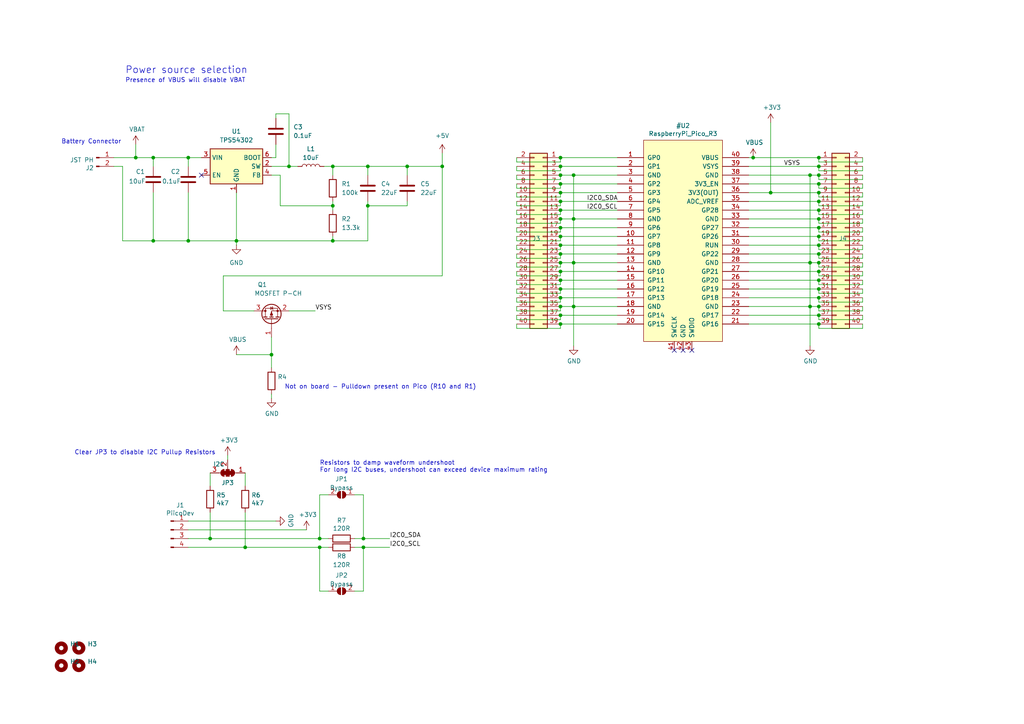
<source format=kicad_sch>
(kicad_sch (version 20231120) (generator "eeschema") (generator_version "8.0")
  (paper "A4")
  (title_block (title "Expansion Board for Raspberry Pi Pico") (date "2022-06-17") (rev "v20") (company "Core Electronics") (comment 1 "Designed by Michael Ruppe at") (comment 2 "https://creativecommons.org/licenses/by-sa/4.0/") (comment 3 "Distributed under CC BY-SA 4.0") (comment 4 "\"PIICODEV\" is a registered trademark of Core Electronics Pty. Ltd."))
  (lib_symbols
    (symbol "Connector:Conn_01x02_Male" (pin_names (offset 1.016) hide)
      (property "Reference" "J" (at 0 2.54 0))
      (property "Value" "Conn_01x02_Male" (at 0 -5.08 0))
      (symbol "Conn_01x02_Male_1_1"
        (polyline (pts (xy 1.27 -2.54) (xy 0.8636 -2.54)) (stroke (width 0.1524)))
        (polyline (pts (xy 1.27 0) (xy 0.8636 0)) (stroke (width 0.1524)))
        (rectangle (start 0.8636 -2.413) (end 0 -2.667) (stroke (width 0.1524)) (fill (type outline)))
        (rectangle (start 0.8636 0.127) (end 0 -0.127) (stroke (width 0.1524)) (fill (type outline)))
        (pin passive line (at 5.08 0 180) (length 3.81) (name "Pin_1") (number "1"))
        (pin passive line (at 5.08 -2.54 180) (length 3.81) (name "Pin_2") (number "2"))
      )
    )
    (symbol "Connector:Conn_01x04_Male" (pin_names (offset 1.016) hide)
      (property "Reference" "J" (at 0 5.08 0))
      (property "Value" "Conn_01x04_Male" (at 0 -7.62 0))
      (symbol "Conn_01x04_Male_1_1"
        (polyline (pts (xy 1.27 -5.08) (xy 0.8636 -5.08)) (stroke (width 0.1524)))
        (polyline (pts (xy 1.27 -2.54) (xy 0.8636 -2.54)) (stroke (width 0.1524)))
        (polyline (pts (xy 1.27 0) (xy 0.8636 0)) (stroke (width 0.1524)))
        (polyline (pts (xy 1.27 2.54) (xy 0.8636 2.54)) (stroke (width 0.1524)))
        (rectangle (start 0.8636 -4.953) (end 0 -5.207) (stroke (width 0.1524)) (fill (type outline)))
        (rectangle (start 0.8636 -2.413) (end 0 -2.667) (stroke (width 0.1524)) (fill (type outline)))
        (rectangle (start 0.8636 0.127) (end 0 -0.127) (stroke (width 0.1524)) (fill (type outline)))
        (rectangle (start 0.8636 2.667) (end 0 2.413) (stroke (width 0.1524)) (fill (type outline)))
        (pin passive line (at 5.08 2.54 180) (length 3.81) (name "Pin_1") (number "1"))
        (pin passive line (at 5.08 0 180) (length 3.81) (name "Pin_2") (number "2"))
        (pin passive line (at 5.08 -2.54 180) (length 3.81) (name "Pin_3") (number "3"))
        (pin passive line (at 5.08 -5.08 180) (length 3.81) (name "Pin_4") (number "4"))
      )
    )
    (symbol "Connector_Generic:Conn_02x20_Odd_Even" (pin_names (offset 1.016) hide)
      (property "Reference" "J" (at 1.27 25.4 0))
      (property "Value" "Conn_02x20_Odd_Even" (at 1.27 -27.94 0))
      (symbol "Conn_02x20_Odd_Even_1_1"
        (rectangle (start -1.27 -25.273) (end 0 -25.527) (stroke (width 0.1524)))
        (rectangle (start -1.27 -22.733) (end 0 -22.987) (stroke (width 0.1524)))
        (rectangle (start -1.27 -20.193) (end 0 -20.447) (stroke (width 0.1524)))
        (rectangle (start -1.27 -17.653) (end 0 -17.907) (stroke (width 0.1524)))
        (rectangle (start -1.27 -15.113) (end 0 -15.367) (stroke (width 0.1524)))
        (rectangle (start -1.27 -12.573) (end 0 -12.827) (stroke (width 0.1524)))
        (rectangle (start -1.27 -10.033) (end 0 -10.287) (stroke (width 0.1524)))
        (rectangle (start -1.27 -7.493) (end 0 -7.747) (stroke (width 0.1524)))
        (rectangle (start -1.27 -4.953) (end 0 -5.207) (stroke (width 0.1524)))
        (rectangle (start -1.27 -2.413) (end 0 -2.667) (stroke (width 0.1524)))
        (rectangle (start -1.27 0.127) (end 0 -0.127) (stroke (width 0.1524)))
        (rectangle (start -1.27 2.667) (end 0 2.413) (stroke (width 0.1524)))
        (rectangle (start -1.27 5.207) (end 0 4.953) (stroke (width 0.1524)))
        (rectangle (start -1.27 7.747) (end 0 7.493) (stroke (width 0.1524)))
        (rectangle (start -1.27 10.287) (end 0 10.033) (stroke (width 0.1524)))
        (rectangle (start -1.27 12.827) (end 0 12.573) (stroke (width 0.1524)))
        (rectangle (start -1.27 15.367) (end 0 15.113) (stroke (width 0.1524)))
        (rectangle (start -1.27 17.907) (end 0 17.653) (stroke (width 0.1524)))
        (rectangle (start -1.27 20.447) (end 0 20.193) (stroke (width 0.1524)))
        (rectangle (start -1.27 22.987) (end 0 22.733) (stroke (width 0.1524)))
        (rectangle (start -1.27 24.13) (end 3.81 -26.67) (stroke (width 0.254)) (fill (type background)))
        (rectangle (start 3.81 -25.273) (end 2.54 -25.527) (stroke (width 0.1524)))
        (rectangle (start 3.81 -22.733) (end 2.54 -22.987) (stroke (width 0.1524)))
        (rectangle (start 3.81 -20.193) (end 2.54 -20.447) (stroke (width 0.1524)))
        (rectangle (start 3.81 -17.653) (end 2.54 -17.907) (stroke (width 0.1524)))
        (rectangle (start 3.81 -15.113) (end 2.54 -15.367) (stroke (width 0.1524)))
        (rectangle (start 3.81 -12.573) (end 2.54 -12.827) (stroke (width 0.1524)))
        (rectangle (start 3.81 -10.033) (end 2.54 -10.287) (stroke (width 0.1524)))
        (rectangle (start 3.81 -7.493) (end 2.54 -7.747) (stroke (width 0.1524)))
        (rectangle (start 3.81 -4.953) (end 2.54 -5.207) (stroke (width 0.1524)))
        (rectangle (start 3.81 -2.413) (end 2.54 -2.667) (stroke (width 0.1524)))
        (rectangle (start 3.81 0.127) (end 2.54 -0.127) (stroke (width 0.1524)))
        (rectangle (start 3.81 2.667) (end 2.54 2.413) (stroke (width 0.1524)))
        (rectangle (start 3.81 5.207) (end 2.54 4.953) (stroke (width 0.1524)))
        (rectangle (start 3.81 7.747) (end 2.54 7.493) (stroke (width 0.1524)))
        (rectangle (start 3.81 10.287) (end 2.54 10.033) (stroke (width 0.1524)))
        (rectangle (start 3.81 12.827) (end 2.54 12.573) (stroke (width 0.1524)))
        (rectangle (start 3.81 15.367) (end 2.54 15.113) (stroke (width 0.1524)))
        (rectangle (start 3.81 17.907) (end 2.54 17.653) (stroke (width 0.1524)))
        (rectangle (start 3.81 20.447) (end 2.54 20.193) (stroke (width 0.1524)))
        (rectangle (start 3.81 22.987) (end 2.54 22.733) (stroke (width 0.1524)))
        (pin passive line (at -5.08 22.86 0) (length 3.81) (name "Pin_1") (number "1"))
        (pin passive line (at 7.62 12.7 180) (length 3.81) (name "Pin_10") (number "10"))
        (pin passive line (at -5.08 10.16 0) (length 3.81) (name "Pin_11") (number "11"))
        (pin passive line (at 7.62 10.16 180) (length 3.81) (name "Pin_12") (number "12"))
        (pin passive line (at -5.08 7.62 0) (length 3.81) (name "Pin_13") (number "13"))
        (pin passive line (at 7.62 7.62 180) (length 3.81) (name "Pin_14") (number "14"))
        (pin passive line (at -5.08 5.08 0) (length 3.81) (name "Pin_15") (number "15"))
        (pin passive line (at 7.62 5.08 180) (length 3.81) (name "Pin_16") (number "16"))
        (pin passive line (at -5.08 2.54 0) (length 3.81) (name "Pin_17") (number "17"))
        (pin passive line (at 7.62 2.54 180) (length 3.81) (name "Pin_18") (number "18"))
        (pin passive line (at -5.08 0 0) (length 3.81) (name "Pin_19") (number "19"))
        (pin passive line (at 7.62 22.86 180) (length 3.81) (name "Pin_2") (number "2"))
        (pin passive line (at 7.62 0 180) (length 3.81) (name "Pin_20") (number "20"))
        (pin passive line (at -5.08 -2.54 0) (length 3.81) (name "Pin_21") (number "21"))
        (pin passive line (at 7.62 -2.54 180) (length 3.81) (name "Pin_22") (number "22"))
        (pin passive line (at -5.08 -5.08 0) (length 3.81) (name "Pin_23") (number "23"))
        (pin passive line (at 7.62 -5.08 180) (length 3.81) (name "Pin_24") (number "24"))
        (pin passive line (at -5.08 -7.62 0) (length 3.81) (name "Pin_25") (number "25"))
        (pin passive line (at 7.62 -7.62 180) (length 3.81) (name "Pin_26") (number "26"))
        (pin passive line (at -5.08 -10.16 0) (length 3.81) (name "Pin_27") (number "27"))
        (pin passive line (at 7.62 -10.16 180) (length 3.81) (name "Pin_28") (number "28"))
        (pin passive line (at -5.08 -12.7 0) (length 3.81) (name "Pin_29") (number "29"))
        (pin passive line (at -5.08 20.32 0) (length 3.81) (name "Pin_3") (number "3"))
        (pin passive line (at 7.62 -12.7 180) (length 3.81) (name "Pin_30") (number "30"))
        (pin passive line (at -5.08 -15.24 0) (length 3.81) (name "Pin_31") (number "31"))
        (pin passive line (at 7.62 -15.24 180) (length 3.81) (name "Pin_32") (number "32"))
        (pin passive line (at -5.08 -17.78 0) (length 3.81) (name "Pin_33") (number "33"))
        (pin passive line (at 7.62 -17.78 180) (length 3.81) (name "Pin_34") (number "34"))
        (pin passive line (at -5.08 -20.32 0) (length 3.81) (name "Pin_35") (number "35"))
        (pin passive line (at 7.62 -20.32 180) (length 3.81) (name "Pin_36") (number "36"))
        (pin passive line (at -5.08 -22.86 0) (length 3.81) (name "Pin_37") (number "37"))
        (pin passive line (at 7.62 -22.86 180) (length 3.81) (name "Pin_38") (number "38"))
        (pin passive line (at -5.08 -25.4 0) (length 3.81) (name "Pin_39") (number "39"))
        (pin passive line (at 7.62 20.32 180) (length 3.81) (name "Pin_4") (number "4"))
        (pin passive line (at 7.62 -25.4 180) (length 3.81) (name "Pin_40") (number "40"))
        (pin passive line (at -5.08 17.78 0) (length 3.81) (name "Pin_5") (number "5"))
        (pin passive line (at 7.62 17.78 180) (length 3.81) (name "Pin_6") (number "6"))
        (pin passive line (at -5.08 15.24 0) (length 3.81) (name "Pin_7") (number "7"))
        (pin passive line (at 7.62 15.24 180) (length 3.81) (name "Pin_8") (number "8"))
        (pin passive line (at -5.08 12.7 0) (length 3.81) (name "Pin_9") (number "9"))
      )
    )
    (symbol "CoreElectronics_Components:RaspberryPi_Pico_R3" (pin_names (offset 1.016))
      (property "Reference" "U" (at -8.89 30.48 0))
      (property "Value" "RaspberryPi_Pico_R3" (at 0 -30.48 0))
      (symbol "RaspberryPi_Pico_R3_1_0"
        (rectangle (start -11.43 -29.21) (end 11.43 29.21) (fill (type background)))
      )
      (symbol "RaspberryPi_Pico_R3_1_1"
        (pin bidirectional line (at -19.05 24.13 0) (length 7.62) (name "GP0") (number "1"))
        (pin bidirectional line (at -19.05 1.27 0) (length 7.62) (name "GP7") (number "10"))
        (pin bidirectional line (at -19.05 -1.27 0) (length 7.62) (name "GP8") (number "11"))
        (pin bidirectional line (at -19.05 -3.81 0) (length 7.62) (name "GP9") (number "12"))
        (pin power_in line (at -19.05 -6.35 0) (length 7.62) (name "GND") (number "13"))
        (pin bidirectional line (at -19.05 -8.89 0) (length 7.62) (name "GP10") (number "14"))
        (pin bidirectional line (at -19.05 -11.43 0) (length 7.62) (name "GP11") (number "15"))
        (pin bidirectional line (at -19.05 -13.97 0) (length 7.62) (name "GP12") (number "16"))
        (pin bidirectional line (at -19.05 -16.51 0) (length 7.62) (name "GP13") (number "17"))
        (pin power_in line (at -19.05 -19.05 0) (length 7.62) (name "GND") (number "18"))
        (pin bidirectional line (at -19.05 -21.59 0) (length 7.62) (name "GP14") (number "19"))
        (pin bidirectional line (at -19.05 21.59 0) (length 7.62) (name "GP1") (number "2"))
        (pin bidirectional line (at -19.05 -24.13 0) (length 7.62) (name "GP15") (number "20"))
        (pin bidirectional line (at 19.05 -24.13 180) (length 7.62) (name "GP16") (number "21"))
        (pin bidirectional line (at 19.05 -21.59 180) (length 7.62) (name "GP17") (number "22"))
        (pin power_in line (at 19.05 -19.05 180) (length 7.62) (name "GND") (number "23"))
        (pin bidirectional line (at 19.05 -16.51 180) (length 7.62) (name "GP18") (number "24"))
        (pin bidirectional line (at 19.05 -13.97 180) (length 7.62) (name "GP19") (number "25"))
        (pin bidirectional line (at 19.05 -11.43 180) (length 7.62) (name "GP20") (number "26"))
        (pin bidirectional line (at 19.05 -8.89 180) (length 7.62) (name "GP21") (number "27"))
        (pin bidirectional line (at 19.05 -6.35 180) (length 7.62) (name "GND") (number "28"))
        (pin bidirectional line (at 19.05 -3.81 180) (length 7.62) (name "GP22") (number "29"))
        (pin power_in line (at -19.05 19.05 0) (length 7.62) (name "GND") (number "3"))
        (pin input line (at 19.05 -1.27 180) (length 7.62) (name "RUN") (number "30"))
        (pin bidirectional line (at 19.05 1.27 180) (length 7.62) (name "GP26") (number "31"))
        (pin bidirectional line (at 19.05 3.81 180) (length 7.62) (name "GP27") (number "32"))
        (pin power_in line (at 19.05 6.35 180) (length 7.62) (name "GND") (number "33"))
        (pin bidirectional line (at 19.05 8.89 180) (length 7.62) (name "GP28") (number "34"))
        (pin input line (at 19.05 11.43 180) (length 7.62) (name "ADC_VREF") (number "35"))
        (pin power_out line (at 19.05 13.97 180) (length 7.62) (name "3V3(OUT)") (number "36"))
        (pin input line (at 19.05 16.51 180) (length 7.62) (name "3V3_EN") (number "37"))
        (pin power_in line (at 19.05 19.05 180) (length 7.62) (name "GND") (number "38"))
        (pin power_in line (at 19.05 21.59 180) (length 7.62) (name "VSYS") (number "39"))
        (pin bidirectional line (at -19.05 16.51 0) (length 7.62) (name "GP2") (number "4"))
        (pin power_out line (at 19.05 24.13 180) (length 7.62) (name "VBUS") (number "40"))
        (pin input line (at -2.54 -31.75 90) (length 2.54) (name "SWCLK") (number "41"))
        (pin power_in line (at 0 -31.75 90) (length 2.54) (name "GND") (number "42"))
        (pin bidirectional line (at 2.54 -31.75 90) (length 2.54) (name "SWDIO") (number "43"))
        (pin bidirectional line (at -19.05 13.97 0) (length 7.62) (name "GP3") (number "5"))
        (pin bidirectional line (at -19.05 11.43 0) (length 7.62) (name "GP4") (number "6"))
        (pin bidirectional line (at -19.05 8.89 0) (length 7.62) (name "GP5") (number "7"))
        (pin power_in line (at -19.05 6.35 0) (length 7.62) (name "GND") (number "8"))
        (pin bidirectional line (at -19.05 3.81 0) (length 7.62) (name "GP6") (number "9"))
      )
    )
    (symbol "CoreElectronics_Power-Symbols:VBAT" (power) (pin_names (offset 0))
      (property "Value" "VBAT" (at 0 3.81 0))
      (symbol "VBAT_0_1"
        (polyline (pts (xy -0.762 1.27) (xy 0 2.54)))
        (polyline (pts (xy 0 0) (xy 0 2.54)))
        (polyline (pts (xy 0 2.54) (xy 0.762 1.27)))
      )
      (symbol "VBAT_1_1"
        (pin power_in line (at 0 0 90) (length 0) hide (name "VBAT") (number "1"))
      )
    )
    (symbol "Device:C" (pin_numbers hide) (pin_names (offset 0.254))
      (property "Reference" "C" (at 0.635 2.54 0))
      (property "Value" "C" (at 0.635 -2.54 0))
      (symbol "C_0_1"
        (polyline (pts (xy -2.032 -0.762) (xy 2.032 -0.762)) (stroke (width 0.508)))
        (polyline (pts (xy -2.032 0.762) (xy 2.032 0.762)) (stroke (width 0.508)))
      )
      (symbol "C_1_1"
        (pin passive line (at 0 3.81 270) (length 2.794) (name "~") (number "1"))
        (pin passive line (at 0 -3.81 90) (length 2.794) (name "~") (number "2"))
      )
    )
    (symbol "Device:L" (pin_numbers hide) (pin_names (offset 1.016) hide)
      (property "Reference" "L" (at -1.27 0 90))
      (property "Value" "L" (at 1.905 0 90))
      (symbol "L_0_1"
        (arc (start 0 -2.54) (mid 0.6323 -1.905) (end 0 -1.27))
        (arc (start 0 -1.27) (mid 0.6323 -0.635) (end 0 0))
        (arc (start 0 0) (mid 0.6323 0.635) (end 0 1.27))
        (arc (start 0 1.27) (mid 0.6323 1.905) (end 0 2.54))
      )
      (symbol "L_1_1"
        (pin passive line (at 0 3.81 270) (length 1.27) (name "1") (number "1"))
        (pin passive line (at 0 -3.81 90) (length 1.27) (name "2") (number "2"))
      )
    )
    (symbol "Device:Q_PMOS_GSD" (pin_names (offset 0) hide)
      (property "Reference" "Q" (at 5.08 1.27 0))
      (property "Value" "Q_PMOS_GSD" (at 5.08 -1.27 0))
      (symbol "Q_PMOS_GSD_0_1"
        (polyline (pts (xy 0.254 0) (xy -2.54 0)))
        (polyline (pts (xy 0.254 1.905) (xy 0.254 -1.905)) (stroke (width 0.254)))
        (polyline (pts (xy 0.762 -1.27) (xy 0.762 -2.286)) (stroke (width 0.254)))
        (polyline (pts (xy 0.762 0.508) (xy 0.762 -0.508)) (stroke (width 0.254)))
        (polyline (pts (xy 0.762 2.286) (xy 0.762 1.27)) (stroke (width 0.254)))
        (polyline (pts (xy 2.54 2.54) (xy 2.54 1.778)))
        (polyline (pts (xy 2.54 -2.54) (xy 2.54 0) (xy 0.762 0)))
        (polyline (pts (xy 0.762 1.778) (xy 3.302 1.778) (xy 3.302 -1.778) (xy 0.762 -1.778)))
        (polyline (pts (xy 2.286 0) (xy 1.27 0.381) (xy 1.27 -0.381) (xy 2.286 0)) (fill (type outline)))
        (polyline (pts (xy 2.794 -0.508) (xy 2.921 -0.381) (xy 3.683 -0.381) (xy 3.81 -0.254)))
        (polyline (pts (xy 3.302 -0.381) (xy 2.921 0.254) (xy 3.683 0.254) (xy 3.302 -0.381)))
        (circle (center 1.651 0) (radius 2.794) (stroke (width 0.254)))
        (circle (center 2.54 -1.778) (radius 0.254) (fill (type outline)))
        (circle (center 2.54 1.778) (radius 0.254) (fill (type outline)))
      )
      (symbol "Q_PMOS_GSD_1_1"
        (pin input line (at -5.08 0 0) (length 2.54) (name "G") (number "1"))
        (pin passive line (at 2.54 -5.08 90) (length 2.54) (name "S") (number "2"))
        (pin passive line (at 2.54 5.08 270) (length 2.54) (name "D") (number "3"))
      )
    )
    (symbol "Device:R" (pin_numbers hide) (pin_names (offset 0))
      (property "Reference" "R" (at 2.032 0 90))
      (property "Value" "R" (at 0 0 90))
      (symbol "R_0_1"
        (rectangle (start -1.016 -2.54) (end 1.016 2.54) (stroke (width 0.254)))
      )
      (symbol "R_1_1"
        (pin passive line (at 0 3.81 270) (length 1.27) (name "~") (number "1"))
        (pin passive line (at 0 -3.81 90) (length 1.27) (name "~") (number "2"))
      )
    )
    (symbol "GND_1" (power) (pin_numbers hide) (pin_names (offset 0) hide)
      (property "Value" "GND" (at 0 -3.81 0))
      (symbol "GND_1_0_1"
        (polyline (pts (xy 0 0) (xy 0 -1.27) (xy 1.27 -1.27) (xy 0 -2.54) (xy -1.27 -1.27) (xy 0 -1.27)))
      )
      (symbol "GND_1_1_1"
        (pin power_in line (at 0 0 270) (length 0) (name "~") (number "1"))
      )
    )
    (symbol "Jumper:SolderJumper_2_Open" (pin_names (offset 0) hide)
      (property "Reference" "JP" (at 0 2.032 0))
      (property "Value" "SolderJumper_2_Open" (at 0 -2.54 0))
      (symbol "SolderJumper_2_Open_0_1"
        (arc (start -0.254 1.016) (mid -1.2655 0) (end -0.254 -1.016))
        (arc (start -0.254 1.016) (mid -1.2655 0) (end -0.254 -1.016) (fill (type outline)))
        (polyline (pts (xy -0.254 1.016) (xy -0.254 -1.016)))
        (polyline (pts (xy 0.254 1.016) (xy 0.254 -1.016)))
        (arc (start 0.254 -1.016) (mid 1.2655 0) (end 0.254 1.016))
        (arc (start 0.254 -1.016) (mid 1.2655 0) (end 0.254 1.016) (fill (type outline)))
      )
      (symbol "SolderJumper_2_Open_1_1"
        (pin passive line (at -3.81 0 0) (length 2.54) (name "A") (number "1"))
        (pin passive line (at 3.81 0 180) (length 2.54) (name "B") (number "2"))
      )
    )
    (symbol "Jumper:SolderJumper_3_Bridged123" (pin_names (offset 0) hide)
      (property "Reference" "JP" (at -2.54 -2.54 0))
      (property "Value" "SolderJumper_3_Bridged123" (at 0 2.794 0))
      (symbol "SolderJumper_3_Bridged123_0_1"
        (rectangle (start -1.016 0.508) (end -0.508 -0.508) (fill (type outline)))
        (arc (start -1.016 1.016) (mid -2.0275 0) (end -1.016 -1.016))
        (arc (start -1.016 1.016) (mid -2.0275 0) (end -1.016 -1.016) (fill (type outline)))
        (rectangle (start -0.508 1.016) (end 0.508 -1.016) (fill (type outline)))
        (polyline (pts (xy -2.54 0) (xy -2.032 0)))
        (polyline (pts (xy -1.016 1.016) (xy -1.016 -1.016)))
        (polyline (pts (xy 0 -1.27) (xy 0 -1.016)))
        (polyline (pts (xy 1.016 1.016) (xy 1.016 -1.016)))
        (polyline (pts (xy 2.54 0) (xy 2.032 0)))
        (rectangle (start 0.508 0.508) (end 1.016 -0.508) (fill (type outline)))
        (arc (start 1.016 -1.016) (mid 2.0275 0) (end 1.016 1.016))
        (arc (start 1.016 -1.016) (mid 2.0275 0) (end 1.016 1.016) (fill (type outline)))
      )
      (symbol "SolderJumper_3_Bridged123_1_1"
        (pin passive line (at -5.08 0 0) (length 2.54) (name "A") (number "1"))
        (pin passive line (at 0 -3.81 90) (length 2.54) (name "C") (number "2"))
        (pin passive line (at 5.08 0 180) (length 2.54) (name "B") (number "3"))
      )
    )
    (symbol "Mechanical:MountingHole" (pin_names (offset 1.016))
      (property "Reference" "H" (at 0 5.08 0))
      (property "Value" "MountingHole" (at 0 3.175 0))
      (symbol "MountingHole_0_1"
        (circle (center 0 0) (radius 1.27) (stroke (width 1.27)))
      )
    )
    (symbol "Regulator_Switching:TPS54302"
      (property "Reference" "U" (at -7.62 6.35 0))
      (property "Value" "TPS54302" (at 0 6.35 0))
      (symbol "TPS54302_0_1"
        (rectangle (start -7.62 5.08) (end 7.62 -5.08) (stroke (width 0.254)) (fill (type background)))
      )
      (symbol "TPS54302_1_1"
        (pin power_in line (at 0 -7.62 90) (length 2.54) (name "GND") (number "1"))
        (pin power_out line (at 10.16 0 180) (length 2.54) (name "SW") (number "2"))
        (pin power_in line (at -10.16 2.54 0) (length 2.54) (name "VIN") (number "3"))
        (pin input line (at 10.16 -2.54 180) (length 2.54) (name "FB") (number "4"))
        (pin input line (at -10.16 -2.54 0) (length 2.54) (name "EN") (number "5"))
        (pin passive line (at 10.16 2.54 180) (length 2.54) (name "BOOT") (number "6"))
      )
    )
    (symbol "power:+3V3" (power) (pin_names (offset 0))
      (property "Value" "+3V3" (at 0 3.556 0))
      (symbol "+3V3_0_1"
        (polyline (pts (xy -0.762 1.27) (xy 0 2.54)))
        (polyline (pts (xy 0 0) (xy 0 2.54)))
        (polyline (pts (xy 0 2.54) (xy 0.762 1.27)))
      )
      (symbol "+3V3_1_1"
        (pin power_in line (at 0 0 90) (length 0) hide (name "+3V3") (number "1"))
      )
    )
    (symbol "power:+5V" (power) (pin_numbers hide) (pin_names (offset 0) hide)
      (property "Value" "+5V" (at 0 3.556 0))
      (symbol "+5V_0_1"
        (polyline (pts (xy -0.762 1.27) (xy 0 2.54)))
        (polyline (pts (xy 0 0) (xy 0 2.54)))
        (polyline (pts (xy 0 2.54) (xy 0.762 1.27)))
      )
      (symbol "+5V_1_1"
        (pin power_in line (at 0 0 90) (length 0) (name "~") (number "1"))
      )
    )
    (symbol "power:GND" (power) (pin_names (offset 0))
      (property "Value" "GND" (at 0 -3.81 0))
      (symbol "GND_0_1"
        (polyline (pts (xy 0 0) (xy 0 -1.27) (xy 1.27 -1.27) (xy 0 -2.54) (xy -1.27 -1.27) (xy 0 -1.27)))
      )
      (symbol "GND_1_1"
        (pin power_in line (at 0 0 270) (length 0) hide (name "GND") (number "1"))
      )
    )
    (symbol "power:VBUS" (power) (pin_names (offset 0))
      (property "Value" "VBUS" (at 0 3.81 0))
      (symbol "VBUS_0_1"
        (polyline (pts (xy -0.762 1.27) (xy 0 2.54)))
        (polyline (pts (xy 0 0) (xy 0 2.54)))
        (polyline (pts (xy 0 2.54) (xy 0.762 1.27)))
      )
      (symbol "VBUS_1_1"
        (pin power_in line (at 0 0 90) (length 0) hide (name "VBUS") (number "1"))
      )
    )
  )
  (junction (at 237.49 78.74))
  (junction (at 162.56 73.66))
  (junction (at 237.49 58.42))
  (junction (at 237.49 45.72))
  (junction (at 166.37 63.5))
  (junction (at 78.74 102.87))
  (junction (at 237.49 66.04))
  (junction (at 234.95 88.9))
  (junction (at 218.44 45.72))
  (junction (at 237.49 71.12))
  (junction (at 96.52 59.69))
  (junction (at 237.49 81.28))
  (junction (at 237.49 68.58))
  (junction (at 237.49 93.98))
  (junction (at 162.56 93.98))
  (junction (at 60.96 156.21))
  (junction (at 68.58 69.85))
  (junction (at 106.68 59.69))
  (junction (at 162.56 63.5))
  (junction (at 166.37 88.9))
  (junction (at 237.49 83.82))
  (junction (at 166.37 76.2))
  (junction (at 54.61 69.85))
  (junction (at 118.11 48.26))
  (junction (at 237.49 63.5))
  (junction (at 162.56 55.88))
  (junction (at 237.49 53.34))
  (junction (at 237.49 73.66))
  (junction (at 54.61 45.72))
  (junction (at 237.49 50.8))
  (junction (at 83.82 48.26))
  (junction (at 92.71 156.21))
  (junction (at 105.41 156.21))
  (junction (at 162.56 83.82))
  (junction (at 162.56 91.44))
  (junction (at 162.56 60.96))
  (junction (at 162.56 76.2))
  (junction (at 96.52 48.26))
  (junction (at 96.52 69.85))
  (junction (at 234.95 50.8))
  (junction (at 237.49 86.36))
  (junction (at 162.56 71.12))
  (junction (at 162.56 66.04))
  (junction (at 234.95 76.2))
  (junction (at 105.41 158.75))
  (junction (at 162.56 78.74))
  (junction (at 223.52 55.88))
  (junction (at 162.56 68.58))
  (junction (at 237.49 48.26))
  (junction (at 162.56 48.26))
  (junction (at 92.71 158.75))
  (junction (at 162.56 53.34))
  (junction (at 44.45 69.85))
  (junction (at 39.37 45.72))
  (junction (at 44.45 45.72))
  (junction (at 162.56 86.36))
  (junction (at 162.56 58.42))
  (junction (at 162.56 45.72))
  (junction (at 71.12 158.75))
  (junction (at 237.49 88.9))
  (junction (at 128.27 48.26))
  (junction (at 237.49 55.88))
  (junction (at 237.49 91.44))
  (junction (at 162.56 50.8))
  (junction (at 237.49 76.2))
  (junction (at 162.56 81.28))
  (junction (at 166.37 50.8))
  (junction (at 106.68 48.26))
  (junction (at 237.49 60.96))
  (junction (at 162.56 88.9))
  (no_connect (at 198.12 101.6))
  (no_connect (at 200.66 101.6))
  (no_connect (at 58.42 50.8))
  (no_connect (at 195.58 101.6))
  (wire (pts (xy 106.68 59.69) (xy 106.68 69.85)))
  (wire (pts (xy 162.56 74.93) (xy 149.86 74.93)))
  (wire (pts (xy 162.56 86.36) (xy 179.07 86.36)))
  (wire (pts (xy 162.56 93.98) (xy 162.56 95.25)))
  (wire (pts (xy 250.19 87.63) (xy 250.19 86.36)))
  (wire (pts (xy 250.19 62.23) (xy 250.19 60.96)))
  (wire (pts (xy 162.56 88.9) (xy 162.56 90.17)))
  (wire (pts (xy 162.56 59.69) (xy 149.86 59.69)))
  (wire (pts (xy 149.86 57.15) (xy 149.86 55.88)))
  (wire (pts (xy 217.17 76.2) (xy 234.95 76.2)))
  (wire (pts (xy 162.56 50.8) (xy 162.56 52.07)))
  (wire (pts (xy 223.52 55.88) (xy 223.52 35.56)))
  (wire (pts (xy 162.56 54.61) (xy 149.86 54.61)))
  (wire (pts (xy 162.56 66.04) (xy 162.56 67.31)))
  (wire (pts (xy 162.56 80.01) (xy 149.86 80.01)))
  (wire (pts (xy 234.95 50.8) (xy 237.49 50.8)))
  (wire (pts (xy 80.01 45.72) (xy 80.01 41.91)))
  (wire (pts (xy 237.49 63.5) (xy 237.49 64.77)))
  (wire (pts (xy 250.19 95.25) (xy 250.19 93.98)))
  (wire (pts (xy 250.19 46.99) (xy 250.19 45.72)))
  (wire (pts (xy 250.19 69.85) (xy 250.19 68.58)))
  (wire (pts (xy 250.19 64.77) (xy 250.19 63.5)))
  (wire (pts (xy 128.27 80.01) (xy 64.77 80.01)))
  (wire (pts (xy 162.56 81.28) (xy 162.56 82.55)))
  (wire (pts (xy 237.49 88.9) (xy 234.95 88.9)))
  (wire (pts (xy 237.49 85.09) (xy 250.19 85.09)))
  (wire (pts (xy 166.37 76.2) (xy 179.07 76.2)))
  (wire (pts (xy 162.56 68.58) (xy 162.56 69.85)))
  (wire (pts (xy 217.17 91.44) (xy 237.49 91.44)))
  (wire (pts (xy 44.45 45.72) (xy 44.45 48.26)))
  (wire (pts (xy 237.49 83.82) (xy 237.49 85.09)))
  (wire (pts (xy 149.86 49.53) (xy 149.86 48.26)))
  (wire (pts (xy 105.41 171.45) (xy 105.41 158.75)))
  (wire (pts (xy 149.86 82.55) (xy 149.86 81.28)))
  (wire (pts (xy 162.56 55.88) (xy 162.56 57.15)))
  (wire (pts (xy 237.49 69.85) (xy 250.19 69.85)))
  (wire (pts (xy 118.11 59.69) (xy 106.68 59.69)))
  (wire (pts (xy 96.52 48.26) (xy 106.68 48.26)))
  (wire (pts (xy 162.56 48.26) (xy 162.56 49.53)))
  (wire (pts (xy 106.68 69.85) (xy 96.52 69.85)))
  (wire (pts (xy 223.52 55.88) (xy 237.49 55.88)))
  (wire (pts (xy 162.56 78.74) (xy 162.56 80.01)))
  (wire (pts (xy 237.49 67.31) (xy 250.19 67.31)))
  (wire (pts (xy 237.49 72.39) (xy 250.19 72.39)))
  (wire (pts (xy 162.56 76.2) (xy 162.56 77.47)))
  (wire (pts (xy 162.56 73.66) (xy 179.07 73.66)))
  (wire (pts (xy 162.56 69.85) (xy 149.86 69.85)))
  (wire (pts (xy 149.86 69.85) (xy 149.86 68.58)))
  (wire (pts (xy 80.01 33.02) (xy 83.82 33.02)))
  (wire (pts (xy 39.37 45.72) (xy 44.45 45.72)))
  (wire (pts (xy 162.56 53.34) (xy 162.56 54.61)))
  (wire (pts (xy 71.12 148.59) (xy 71.12 158.75)))
  (wire (pts (xy 179.07 53.34) (xy 162.56 53.34)))
  (wire (pts (xy 162.56 92.71) (xy 149.86 92.71)))
  (wire (pts (xy 35.56 48.26) (xy 35.56 69.85)))
  (wire (pts (xy 78.74 115.57) (xy 78.74 114.3)))
  (wire (pts (xy 33.02 45.72) (xy 39.37 45.72)))
  (wire (pts (xy 95.25 143.51) (xy 92.71 143.51)))
  (wire (pts (xy 237.49 90.17) (xy 250.19 90.17)))
  (wire (pts (xy 237.49 62.23) (xy 250.19 62.23)))
  (wire (pts (xy 68.58 69.85) (xy 68.58 71.12)))
  (wire (pts (xy 149.86 92.71) (xy 149.86 91.44)))
  (wire (pts (xy 234.95 50.8) (xy 234.95 76.2)))
  (wire (pts (xy 234.95 88.9) (xy 217.17 88.9)))
  (wire (pts (xy 106.68 48.26) (xy 106.68 50.8)))
  (wire (pts (xy 149.86 59.69) (xy 149.86 58.42)))
  (wire (pts (xy 149.86 77.47) (xy 149.86 76.2)))
  (wire (pts (xy 162.56 63.5) (xy 166.37 63.5)))
  (wire (pts (xy 149.86 64.77) (xy 149.86 63.5)))
  (wire (pts (xy 78.74 102.87) (xy 78.74 97.79)))
  (wire (pts (xy 83.82 48.26) (xy 83.82 33.02)))
  (wire (pts (xy 237.49 58.42) (xy 237.49 59.69)))
  (wire (pts (xy 102.87 158.75) (xy 105.41 158.75)))
  (wire (pts (xy 217.17 71.12) (xy 237.49 71.12)))
  (wire (pts (xy 66.04 132.08) (xy 66.04 133.35)))
  (wire (pts (xy 162.56 60.96) (xy 179.07 60.96)))
  (wire (pts (xy 237.49 82.55) (xy 250.19 82.55)))
  (wire (pts (xy 166.37 88.9) (xy 179.07 88.9)))
  (wire (pts (xy 237.49 68.58) (xy 217.17 68.58)))
  (wire (pts (xy 250.19 52.07) (xy 250.19 50.8)))
  (wire (pts (xy 128.27 48.26) (xy 128.27 80.01)))
  (wire (pts (xy 237.49 57.15) (xy 250.19 57.15)))
  (wire (pts (xy 237.49 49.53) (xy 250.19 49.53)))
  (wire (pts (xy 237.49 45.72) (xy 237.49 46.99)))
  (wire (pts (xy 54.61 153.67) (xy 88.9 153.67)))
  (wire (pts (xy 237.49 53.34) (xy 237.49 54.61)))
  (wire (pts (xy 179.07 78.74) (xy 162.56 78.74)))
  (wire (pts (xy 68.58 102.87) (xy 78.74 102.87)))
  (wire (pts (xy 179.07 48.26) (xy 162.56 48.26)))
  (wire (pts (xy 166.37 88.9) (xy 166.37 76.2)))
  (wire (pts (xy 149.86 72.39) (xy 149.86 71.12)))
  (wire (pts (xy 250.19 57.15) (xy 250.19 55.88)))
  (wire (pts (xy 250.19 90.17) (xy 250.19 88.9)))
  (wire (pts (xy 162.56 63.5) (xy 162.56 64.77)))
  (wire (pts (xy 68.58 69.85) (xy 96.52 69.85)))
  (wire (pts (xy 149.86 80.01) (xy 149.86 78.74)))
  (wire (pts (xy 166.37 100.33) (xy 166.37 88.9)))
  (wire (pts (xy 237.49 74.93) (xy 250.19 74.93)))
  (wire (pts (xy 162.56 58.42) (xy 162.56 59.69)))
  (wire (pts (xy 217.17 66.04) (xy 237.49 66.04)))
  (wire (pts (xy 71.12 158.75) (xy 54.61 158.75)))
  (wire (pts (xy 250.19 54.61) (xy 250.19 53.34)))
  (wire (pts (xy 162.56 45.72) (xy 179.07 45.72)))
  (wire (pts (xy 92.71 158.75) (xy 95.25 158.75)))
  (wire (pts (xy 102.87 171.45) (xy 105.41 171.45)))
  (wire (pts (xy 162.56 90.17) (xy 149.86 90.17)))
  (wire (pts (xy 250.19 92.71) (xy 250.19 91.44)))
  (wire (pts (xy 149.86 74.93) (xy 149.86 73.66)))
  (wire (pts (xy 217.17 45.72) (xy 218.44 45.72)))
  (wire (pts (xy 162.56 86.36) (xy 162.56 87.63)))
  (wire (pts (xy 250.19 59.69) (xy 250.19 58.42)))
  (wire (pts (xy 39.37 45.72) (xy 39.37 41.91)))
  (wire (pts (xy 149.86 90.17) (xy 149.86 88.9)))
  (wire (pts (xy 234.95 88.9) (xy 234.95 100.33)))
  (wire (pts (xy 96.52 59.69) (xy 81.28 59.69)))
  (wire (pts (xy 237.49 83.82) (xy 217.17 83.82)))
  (wire (pts (xy 237.49 87.63) (xy 250.19 87.63)))
  (wire (pts (xy 166.37 63.5) (xy 166.37 50.8)))
  (wire (pts (xy 162.56 50.8) (xy 166.37 50.8)))
  (wire (pts (xy 92.71 143.51) (xy 92.71 156.21)))
  (wire (pts (xy 237.49 68.58) (xy 237.49 69.85)))
  (wire (pts (xy 237.49 64.77) (xy 250.19 64.77)))
  (wire (pts (xy 250.19 74.93) (xy 250.19 73.66)))
  (wire (pts (xy 149.86 62.23) (xy 149.86 60.96)))
  (wire (pts (xy 162.56 57.15) (xy 149.86 57.15)))
  (wire (pts (xy 162.56 81.28) (xy 179.07 81.28)))
  (wire (pts (xy 92.71 156.21) (xy 95.25 156.21)))
  (wire (pts (xy 106.68 48.26) (xy 118.11 48.26)))
  (wire (pts (xy 162.56 73.66) (xy 162.56 74.93)))
  (wire (pts (xy 237.49 78.74) (xy 237.49 80.01)))
  (wire (pts (xy 71.12 158.75) (xy 92.71 158.75)))
  (wire (pts (xy 250.19 82.55) (xy 250.19 81.28)))
  (wire (pts (xy 237.49 80.01) (xy 250.19 80.01)))
  (wire (pts (xy 78.74 45.72) (xy 80.01 45.72)))
  (wire (pts (xy 44.45 69.85) (xy 54.61 69.85)))
  (wire (pts (xy 54.61 48.26) (xy 54.61 45.72)))
  (wire (pts (xy 60.96 140.97) (xy 60.96 137.16)))
  (wire (pts (xy 162.56 67.31) (xy 149.86 67.31)))
  (wire (pts (xy 93.98 48.26) (xy 96.52 48.26)))
  (wire (pts (xy 96.52 59.69) (xy 96.52 60.96)))
  (wire (pts (xy 237.49 48.26) (xy 237.49 49.53)))
  (wire (pts (xy 149.86 67.31) (xy 149.86 66.04)))
  (wire (pts (xy 234.95 76.2) (xy 237.49 76.2)))
  (wire (pts (xy 54.61 45.72) (xy 58.42 45.72)))
  (wire (pts (xy 162.56 88.9) (xy 166.37 88.9)))
  (wire (pts (xy 162.56 55.88) (xy 179.07 55.88)))
  (wire (pts (xy 237.49 93.98) (xy 217.17 93.98)))
  (wire (pts (xy 237.49 88.9) (xy 237.49 90.17)))
  (wire (pts (xy 149.86 46.99) (xy 149.86 45.72)))
  (wire (pts (xy 78.74 48.26) (xy 83.82 48.26)))
  (wire (pts (xy 105.41 143.51) (xy 105.41 156.21)))
  (wire (pts (xy 162.56 66.04) (xy 179.07 66.04)))
  (wire (pts (xy 162.56 71.12) (xy 179.07 71.12)))
  (wire (pts (xy 237.49 66.04) (xy 237.49 67.31)))
  (wire (pts (xy 81.28 59.69) (xy 81.28 50.8)))
  (wire (pts (xy 217.17 55.88) (xy 223.52 55.88)))
  (wire (pts (xy 149.86 54.61) (xy 149.86 53.34)))
  (wire (pts (xy 250.19 80.01) (xy 250.19 78.74)))
  (wire (pts (xy 80.01 34.29) (xy 80.01 33.02)))
  (wire (pts (xy 162.56 46.99) (xy 149.86 46.99)))
  (wire (pts (xy 105.41 158.75) (xy 113.03 158.75)))
  (wire (pts (xy 237.49 91.44) (xy 237.49 92.71)))
  (wire (pts (xy 162.56 64.77) (xy 149.86 64.77)))
  (wire (pts (xy 162.56 76.2) (xy 166.37 76.2)))
  (wire (pts (xy 179.07 93.98) (xy 162.56 93.98)))
  (wire (pts (xy 237.49 76.2) (xy 237.49 77.47)))
  (wire (pts (xy 237.49 58.42) (xy 217.17 58.42)))
  (wire (pts (xy 96.52 68.58) (xy 96.52 69.85)))
  (wire (pts (xy 44.45 55.88) (xy 44.45 69.85)))
  (wire (pts (xy 92.71 171.45) (xy 92.71 158.75)))
  (wire (pts (xy 78.74 106.68) (xy 78.74 102.87)))
  (wire (pts (xy 237.49 86.36) (xy 237.49 87.63)))
  (wire (pts (xy 105.41 156.21) (xy 113.03 156.21)))
  (wire (pts (xy 166.37 76.2) (xy 166.37 63.5)))
  (wire (pts (xy 60.96 148.59) (xy 60.96 156.21)))
  (wire (pts (xy 237.49 53.34) (xy 217.17 53.34)))
  (wire (pts (xy 237.49 59.69) (xy 250.19 59.69)))
  (wire (pts (xy 162.56 62.23) (xy 149.86 62.23)))
  (wire (pts (xy 237.49 54.61) (xy 250.19 54.61)))
  (wire (pts (xy 162.56 83.82) (xy 162.56 85.09)))
  (wire (pts (xy 162.56 91.44) (xy 179.07 91.44)))
  (wire (pts (xy 44.45 45.72) (xy 54.61 45.72)))
  (wire (pts (xy 83.82 48.26) (xy 86.36 48.26)))
  (wire (pts (xy 96.52 58.42) (xy 96.52 59.69)))
  (wire (pts (xy 118.11 48.26) (xy 128.27 48.26)))
  (wire (pts (xy 33.02 48.26) (xy 35.56 48.26)))
  (wire (pts (xy 237.49 92.71) (xy 250.19 92.71)))
  (wire (pts (xy 162.56 60.96) (xy 162.56 62.23)))
  (wire (pts (xy 237.49 55.88) (xy 237.49 57.15)))
  (wire (pts (xy 234.95 76.2) (xy 234.95 88.9)))
  (wire (pts (xy 237.49 95.25) (xy 250.19 95.25)))
  (wire (pts (xy 162.56 95.25) (xy 149.86 95.25)))
  (wire (pts (xy 237.49 52.07) (xy 250.19 52.07)))
  (wire (pts (xy 64.77 90.17) (xy 73.66 90.17)))
  (wire (pts (xy 54.61 55.88) (xy 54.61 69.85)))
  (wire (pts (xy 118.11 58.42) (xy 118.11 59.69)))
  (wire (pts (xy 68.58 55.88) (xy 68.58 69.85)))
  (wire (pts (xy 91.44 90.17) (xy 83.82 90.17)))
  (wire (pts (xy 250.19 85.09) (xy 250.19 83.82)))
  (wire (pts (xy 102.87 143.51) (xy 105.41 143.51)))
  (wire (pts (xy 217.17 86.36) (xy 237.49 86.36)))
  (wire (pts (xy 162.56 52.07) (xy 149.86 52.07)))
  (wire (pts (xy 162.56 49.53) (xy 149.86 49.53)))
  (wire (pts (xy 237.49 78.74) (xy 217.17 78.74)))
  (wire (pts (xy 217.17 60.96) (xy 237.49 60.96)))
  (wire (pts (xy 237.49 46.99) (xy 250.19 46.99)))
  (wire (pts (xy 162.56 72.39) (xy 149.86 72.39)))
  (wire (pts (xy 250.19 72.39) (xy 250.19 71.12)))
  (wire (pts (xy 250.19 67.31) (xy 250.19 66.04)))
  (wire (pts (xy 102.87 156.21) (xy 105.41 156.21)))
  (wire (pts (xy 237.49 50.8) (xy 237.49 52.07)))
  (wire (pts (xy 64.77 80.01) (xy 64.77 90.17)))
  (wire (pts (xy 217.17 81.28) (xy 237.49 81.28)))
  (wire (pts (xy 149.86 87.63) (xy 149.86 86.36)))
  (wire (pts (xy 218.44 45.72) (xy 237.49 45.72)))
  (wire (pts (xy 96.52 48.26) (xy 96.52 50.8)))
  (wire (pts (xy 217.17 63.5) (xy 237.49 63.5)))
  (wire (pts (xy 166.37 50.8) (xy 179.07 50.8)))
  (wire (pts (xy 95.25 171.45) (xy 92.71 171.45)))
  (wire (pts (xy 149.86 95.25) (xy 149.86 93.98)))
  (wire (pts (xy 149.86 85.09) (xy 149.86 83.82)))
  (wire (pts (xy 81.28 50.8) (xy 78.74 50.8)))
  (wire (pts (xy 149.86 52.07) (xy 149.86 50.8)))
  (wire (pts (xy 162.56 71.12) (xy 162.56 72.39)))
  (wire (pts (xy 237.49 71.12) (xy 237.49 72.39)))
  (wire (pts (xy 162.56 82.55) (xy 149.86 82.55)))
  (wire (pts (xy 162.56 87.63) (xy 149.86 87.63)))
  (wire (pts (xy 71.12 140.97) (xy 71.12 137.16)))
  (wire (pts (xy 162.56 91.44) (xy 162.56 92.71)))
  (wire (pts (xy 217.17 50.8) (xy 234.95 50.8)))
  (wire (pts (xy 60.96 156.21) (xy 92.71 156.21)))
  (wire (pts (xy 250.19 77.47) (xy 250.19 76.2)))
  (wire (pts (xy 217.17 48.26) (xy 237.49 48.26)))
  (wire (pts (xy 35.56 69.85) (xy 44.45 69.85)))
  (wire (pts (xy 250.19 49.53) (xy 250.19 48.26)))
  (wire (pts (xy 128.27 44.45) (xy 128.27 48.26)))
  (wire (pts (xy 162.56 85.09) (xy 149.86 85.09)))
  (wire (pts (xy 237.49 73.66) (xy 217.17 73.66)))
  (wire (pts (xy 54.61 156.21) (xy 60.96 156.21)))
  (wire (pts (xy 237.49 93.98) (xy 237.49 95.25)))
  (wire (pts (xy 162.56 77.47) (xy 149.86 77.47)))
  (wire (pts (xy 54.61 151.13) (xy 80.01 151.13)))
  (wire (pts (xy 118.11 48.26) (xy 118.11 50.8)))
  (wire (pts (xy 166.37 63.5) (xy 179.07 63.5)))
  (wire (pts (xy 179.07 83.82) (xy 162.56 83.82)))
  (wire (pts (xy 106.68 58.42) (xy 106.68 59.69)))
  (wire (pts (xy 237.49 60.96) (xy 237.49 62.23)))
  (wire (pts (xy 54.61 69.85) (xy 68.58 69.85)))
  (wire (pts (xy 162.56 45.72) (xy 162.56 46.99)))
  (wire (pts (xy 179.07 68.58) (xy 162.56 68.58)))
  (wire (pts (xy 179.07 58.42) (xy 162.56 58.42)))
  (wire (pts (xy 237.49 77.47) (xy 250.19 77.47)))
  (wire (pts (xy 237.49 81.28) (xy 237.49 82.55)))
  (wire (pts (xy 237.49 73.66) (xy 237.49 74.93)))
  (text "Presence of VBUS will disable VBAT\n" (at 36.322 24.13 0) (effects (font (size 1.27 1.27)) (justify left bottom)))
  (text "Power source selection" (at 36.322 21.59 0) (effects (font (size 2 2)) (justify left bottom)))
  (text "Resistors to damp waveform undershoot\nFor long I2C buses, undershoot can exceed device maximum rating" (at 92.71 137.16 0) (effects (font (size 1.27 1.27)) (justify left bottom)))
  (text "Not on board - Pulldown present on Pico (R10 and R1)" (at 82.55 113.03 0) (effects (font (size 1.27 1.27)) (justify left bottom)))
  (text "Clear JP3 to disable I2C Pullup Resistors" (at 21.59 132.08 0) (effects (font (size 1.27 1.27)) (justify left bottom)))
  (text "Battery Connector" (at 17.78 41.91 0) (effects (font (size 1.27 1.27)) (justify left bottom)))
  (label "VSYS" (at 227.33 48.26 0))
  (label "I2C0_SDA" (at 113.03 156.21 0))
  (label "VSYS" (at 91.44 90.17 0))
  (label "I2C0_SCL" (at 170.18 60.96 0))
  (label "I2C0_SCL" (at 113.03 158.75 0))
  (label "I2C0_SDA" (at 170.18 58.42 0))
  (symbol (lib_id "power:VBUS") (at 68.58 102.87 0) (unit 1)
    (property "Reference" "#PWR03" (effects (hide yes)))
    (property "Value" "VBUS" (at 68.961 98.4758 0))
  )
  (symbol (lib_id "Device:Q_PMOS_GSD") (at 78.74 92.71 90) (unit 1)
    (property "Reference" "Q1" (at 77.47 82.55 90) (effects (justify left)))
    (property "Value" "MOSFET P-CH" (at 87.63 85.09 90) (effects (justify left)))
    (property "Footprint" "Package_TO_SOT_SMD:SOT-23" (effects (hide yes)))
    (property "LCSC" "C15127" (effects (hide yes)))
  )
  (symbol (lib_id "CoreElectronics_Power-Symbols:VBAT") (at 39.37 41.91 0) (unit 1)
    (property "Reference" "#PWR02" (effects (hide yes)))
    (property "Value" "VBAT" (at 39.751 37.5158 0))
  )
  (symbol (lib_id "CoreElectronics_Components:RaspberryPi_Pico_R3") (at 198.12 69.85 0) (unit 1)
    (property "Reference" "#U2" (at 198.12 36.449 0))
    (property "Value" "RaspberryPi_Pico_R3" (at 198.12 38.7604 0))
    (property "Footprint" "CoreElectronics_Components:RaspberryPi_Pico_R3_Socket" (effects (hide yes)))
  )
  (symbol (lib_id "power:VBUS") (at 218.44 45.72 0) (unit 1)
    (property "Reference" "#PWR016" (effects (hide yes)))
    (property "Value" "VBUS" (at 218.821 41.3258 0))
  )
  (symbol (lib_id "Connector:Conn_01x04_Male") (at 49.53 153.67 0) (unit 1)
    (property "Reference" "J1" (at 52.2732 146.5326 0))
    (property "Value" "PiicoDev" (at 52.2732 148.844 0))
    (property "Footprint" "Connector_JST:JST_SH_SM04B-SRSS-TB_1x04-1MP_P1.00mm_Horizontal" (effects (hide yes)))
    (property "LCSC" "C2845363" (effects (hide yes)))
  )
  (symbol (lib_id "power:+3V3") (at 223.52 35.56 0) (unit 1)
    (property "Reference" "#PWR017" (effects (hide yes)))
    (property "Value" "+3V3" (at 223.901 31.1658 0))
  )
  (symbol (lib_id "power:+3V3") (at 88.9 153.67 0) (unit 1)
    (property "Reference" "#PWR012" (effects (hide yes)))
    (property "Value" "+3V3" (at 89.281 149.2758 0))
  )
  (symbol (lib_id "Connector:Conn_01x02_Male") (at 27.94 45.72 0) (unit 1)
    (property "Reference" "J2" (at 27.2288 48.7172 0) (effects (justify right)))
    (property "Value" "JST PH" (at 27.2288 46.4058 0) (effects (justify right)))
    (property "Footprint" "Connector_JST:JST_PH_S2B-PH-SM4-TB_1x02-1MP_P2.00mm_Horizontal" (effects (hide yes)))
    (property "LCSC" "C47647" (effects (hide yes)))
    (property "JLCPCB Rotation Offset" "180" (effects (hide yes)))
  )
  (symbol (lib_id "Mechanical:MountingHole") (at 17.78 193.04 0) (unit 1)
    (property "Reference" "H2" (at 20.32 191.8716 0) (effects (justify left)))
    (property "Value" " " (at 20.32 194.183 0) (effects (justify left)))
    (property "Footprint" "MountingHole:MountingHole_3.2mm_M3" (effects (hide yes)))
  )
  (symbol (lib_id "Mechanical:MountingHole") (at 22.86 187.96 0) (unit 1)
    (property "Reference" "H3" (at 25.4 186.7916 0) (effects (justify left)))
    (property "Value" " " (at 25.4 189.103 0) (effects (justify left)))
    (property "Footprint" "MountingHole:MountingHole_3.2mm_M3" (effects (hide yes)))
  )
  (symbol (lib_id "Connector_Generic:Conn_02x20_Odd_Even") (at 242.57 68.58 0) (unit 1)
    (property "Reference" "J4" (at 243.2812 69.1896 0) (effects (justify left)))
    (property "Value" " " (at 243.2812 71.501 0) (effects (justify left)))
    (property "Footprint" "CoreElectronics_Components:PinSocket_2x20_P2.54mm_Vertical_SMD_With_Post" (effects (hide yes)))
    (property "LCSC" "C3975165" (effects (hide yes)))
    (property "JLCPCB Rotation Offset" "90" (effects (hide yes)))
  )
  (symbol (lib_id "Mechanical:MountingHole") (at 17.78 187.96 0) (unit 1)
    (property "Reference" "H1" (at 20.32 186.7916 0) (effects (justify left)))
    (property "Value" " " (at 20.32 189.103 0) (effects (justify left)))
    (property "Footprint" "MountingHole:MountingHole_3.2mm_M3" (effects (hide yes)))
  )
  (symbol (lib_id "Mechanical:MountingHole") (at 22.86 193.04 0) (unit 1)
    (property "Reference" "H4" (at 25.4 191.8716 0) (effects (justify left)))
    (property "Value" " " (at 25.4 194.183 0) (effects (justify left)))
    (property "Footprint" "MountingHole:MountingHole_3.2mm_M3" (effects (hide yes)))
  )
  (symbol (lib_id "power:GND") (at 234.95 100.33 0) (unit 1)
    (property "Reference" "#PWR018" (effects (hide yes)))
    (property "Value" "GND" (at 235.077 104.7242 0))
  )
  (symbol (lib_id "power:GND") (at 166.37 100.33 0) (unit 1)
    (property "Reference" "#PWR015" (effects (hide yes)))
    (property "Value" "GND" (at 166.497 104.7242 0))
  )
  (symbol (lib_id "power:GND") (at 80.01 151.13 90) (unit 1)
    (property "Reference" "#PWR09" (effects (hide yes)))
    (property "Value" "GND" (at 84.4042 151.003 0))
  )
  (symbol (lib_id "Connector_Generic:Conn_02x20_Odd_Even") (at 157.48 68.58 0) (mirror y) (unit 1)
    (property "Reference" "J3" (at 156.7688 69.1896 0) (effects (justify left)))
    (property "Value" " " (at 156.7688 71.501 0) (effects (justify left)))
    (property "Footprint" "CoreElectronics_Components:PinSocket_2x20_P2.54mm_Vertical_SMD_With_Post" (effects (hide yes)))
    (property "LCSC" "C3975165" (effects (hide yes)))
    (property "JLCPCB Rotation Offset" "90" (effects (hide yes)))
  )
  (symbol (lib_id "Device:R") (at 78.74 110.49 0) (unit 1) (on_board no)
    (property "Reference" "R4" (at 80.518 109.3216 0) (effects (justify left)))
    (property "Value" " " (at 80.518 111.633 0) (effects (justify left)))
    (property "Footprint" "Resistor_SMD:R_0402_1005Metric" (effects (hide yes)))
  )
  (symbol (lib_id "power:GND") (at 78.74 115.57 0) (unit 1)
    (property "Reference" "#PWR04" (effects (hide yes)))
    (property "Value" "GND" (at 78.867 119.9642 0))
  )
  (symbol (lib_id "Device:R") (at 60.96 144.78 0) (unit 1)
    (property "Reference" "R5" (at 62.738 143.6116 0) (effects (justify left)))
    (property "Value" "4k7" (at 62.738 145.923 0) (effects (justify left)))
    (property "Footprint" "Resistor_SMD:R_0603_1608Metric" (effects (hide yes)))
    (property "LCSC" "C23162" (effects (hide yes)))
  )
  (symbol (lib_id "Device:R") (at 71.12 144.78 0) (unit 1)
    (property "Reference" "R6" (at 72.898 143.6116 0) (effects (justify left)))
    (property "Value" "4k7" (at 72.898 145.923 0) (effects (justify left)))
    (property "Footprint" "Resistor_SMD:R_0603_1608Metric" (effects (hide yes)))
    (property "LCSC" "C23162" (effects (hide yes)))
  )
  (symbol (lib_id "power:+3V3") (at 66.04 132.08 0) (unit 1)
    (property "Reference" "#PWR07" (effects (hide yes)))
    (property "Value" "+3V3" (at 66.421 127.6858 0))
  )
  (symbol (lib_id "Jumper:SolderJumper_3_Bridged123") (at 66.04 137.16 180) (unit 1)
    (property "Reference" "JP3" (at 66.04 140.0302 0))
    (property "Value" "I2C" (at 63.5 134.62 0))
    (property "Footprint" "CoreElectronics_Components:SolderJumper-3_P1.3mm_Closed_RoundedPad1.0x1.5mm" (effects (hide yes)))
  )
  (symbol (lib_id "Device:R") (at 99.06 156.21 270) (unit 1)
    (property "Reference" "R7" (at 99.06 150.9522 90))
    (property "Value" "120R" (at 99.06 153.2636 90))
    (property "Footprint" "Resistor_SMD:R_0603_1608Metric" (effects (hide yes)))
    (property "LCSC" "C22787" (effects (hide yes)))
  )
  (symbol (lib_id "Device:R") (at 99.06 158.75 270) (unit 1)
    (property "Reference" "R8" (at 99.06 161.29 90))
    (property "Value" "120R" (at 99.06 163.83 90))
    (property "Footprint" "Resistor_SMD:R_0603_1608Metric" (effects (hide yes)))
    (property "LCSC" "C22787" (effects (hide yes)))
  )
  (symbol (lib_id "Jumper:SolderJumper_2_Open") (at 99.06 171.45 0) (unit 1)
    (property "Reference" "JP2" (at 99.06 166.8612 0))
    (property "Value" "Bypass" (at 99.06 169.3981 0))
    (property "Footprint" "CoreElectronics_Components:SolderJumper-2_P1.3mm_Open_RoundedPad1.0x1.5mm" (effects (hide yes)))
  )
  (symbol (lib_id "Device:C") (at 118.11 54.61 0) (unit 1)
    (property "Reference" "C5" (at 121.92 53.3399 0) (effects (justify left)))
    (property "Value" "22uF" (at 121.92 55.8799 0) (effects (justify left)))
    (property "Footprint" "Capacitor_SMD:C_0603_1608Metric" (effects (hide yes)))
    (property "Description" "Unpolarized capacitor" (effects (hide yes)))
    (property "LCSC" "C59461" (effects (hide yes)))
  )
  (symbol (lib_id "Device:L") (at 90.17 48.26 90) (unit 1)
    (property "Reference" "L1" (at 90.17 43.18 90))
    (property "Value" "10uF" (at 90.17 45.72 90))
    (property "Footprint" "Inductor_SMD:L_Abracon_ASPI-0630LR" (effects (hide yes)))
    (property "Description" "Inductor" (effects (hide yes)))
    (property "LCSC" "C167223" (effects (hide yes)))
  )
  (symbol (lib_id "Device:R") (at 96.52 54.61 0) (unit 1)
    (property "Reference" "R1" (at 99.06 53.3399 0) (effects (justify left)))
    (property "Value" "100k" (at 99.06 55.8799 0) (effects (justify left)))
    (property "Footprint" "Resistor_SMD:R_0603_1608Metric" (effects (hide yes)))
    (property "Description" "Resistor" (effects (hide yes)))
    (property "LCSC" "C25803" (effects (hide yes)))
  )
  (symbol (lib_id "Device:R") (at 96.52 64.77 0) (unit 1)
    (property "Reference" "R2" (at 99.06 63.4999 0) (effects (justify left)))
    (property "Value" "13.3k" (at 99.06 66.0399 0) (effects (justify left)))
    (property "Footprint" "Resistor_SMD:R_0603_1608Metric" (effects (hide yes)))
    (property "Description" "Resistor" (effects (hide yes)))
    (property "LCSC" "C4211" (effects (hide yes)))
  )
  (symbol (lib_id "Jumper:SolderJumper_2_Open") (at 99.06 143.51 180) (unit 1)
    (property "Reference" "JP1" (at 99.06 138.9212 0))
    (property "Value" "Bypass" (at 99.06 141.4581 0))
    (property "Footprint" "CoreElectronics_Components:SolderJumper-2_P1.3mm_Open_RoundedPad1.0x1.5mm" (effects (hide yes)))
  )
  (symbol (lib_id "Device:C") (at 44.45 52.07 0) (unit 1)
    (property "Reference" "C1" (at 39.37 49.784 0) (effects (justify left)))
    (property "Value" "10uF" (at 37.338 52.578 0) (effects (justify left)))
    (property "Footprint" "Capacitor_SMD:C_0805_2012Metric" (effects (hide yes)))
    (property "Description" "Unpolarized capacitor" (effects (hide yes)))
    (property "LCSC" "C440198" (effects (hide yes)))
  )
  (symbol (lib_id "Regulator_Switching:TPS54302") (at 68.58 48.26 0) (unit 1)
    (property "Reference" "U1" (at 68.58 38.1 0))
    (property "Value" "TPS54302" (at 68.58 40.64 0))
    (property "Footprint" "Package_TO_SOT_SMD:SOT-23-6" (effects (hide yes)))
    (property "Datasheet" "http://www.ti.com/lit/ds/symlink/tps54302.pdf" (effects (hide yes)))
    (property "Description" "3A, 4.5 to 28V Input, EMI Friendly integrated switch synchronous step-down regulator, pulse-skipping, SOT-23-6" (effects (hide yes)))
    (property "LCSC" "C311983" (effects (hide yes)))
    (property "JLCPCB Rotation Offset" "90" (effects (hide yes)))
  )
  (symbol (lib_id "Device:C") (at 54.61 52.07 0) (unit 1)
    (property "Reference" "C2" (at 49.53 49.784 0) (effects (justify left)))
    (property "Value" "0.1uF" (at 46.99 52.578 0) (effects (justify left)))
    (property "Footprint" "Capacitor_SMD:C_0603_1608Metric" (effects (hide yes)))
    (property "Description" "Unpolarized capacitor" (effects (hide yes)))
    (property "LCSC" "C14663" (effects (hide yes)))
  )
  (symbol (lib_name "GND_1") (lib_id "power:GND") (at 68.58 71.12 0) (unit 1)
    (property "Reference" "#PWR01" (effects (hide yes)))
    (property "Value" "GND" (at 68.58 76.2 0))
    (property "Description" "Power symbol creates a global label with name \"GND\" , ground" (effects (hide yes)))
  )
  (symbol (lib_id "Device:C") (at 106.68 54.61 0) (unit 1)
    (property "Reference" "C4" (at 110.49 53.3399 0) (effects (justify left)))
    (property "Value" "22uF" (at 110.49 55.8799 0) (effects (justify left)))
    (property "Footprint" "Capacitor_SMD:C_0603_1608Metric" (effects (hide yes)))
    (property "Description" "Unpolarized capacitor" (effects (hide yes)))
    (property "LCSC" "C59461" (effects (hide yes)))
  )
  (symbol (lib_id "Device:C") (at 80.01 38.1 0) (unit 1)
    (property "Reference" "C3" (at 85.09 36.8299 0) (effects (justify left)))
    (property "Value" "0.1uF" (at 85.09 39.3699 0) (effects (justify left)))
    (property "Footprint" "Capacitor_SMD:C_0603_1608Metric" (effects (hide yes)))
    (property "Description" "Unpolarized capacitor" (effects (hide yes)))
    (property "LCSC" "C14663" (effects (hide yes)))
  )
  (symbol (lib_id "power:+5V") (at 128.27 44.45 0) (unit 1)
    (property "Reference" "#PWR05" (effects (hide yes)))
    (property "Value" "+5V" (at 128.27 39.37 0))
    (property "Description" "Power symbol creates a global label with name \"+5V\"" (effects (hide yes)))
  )
)
</source>
